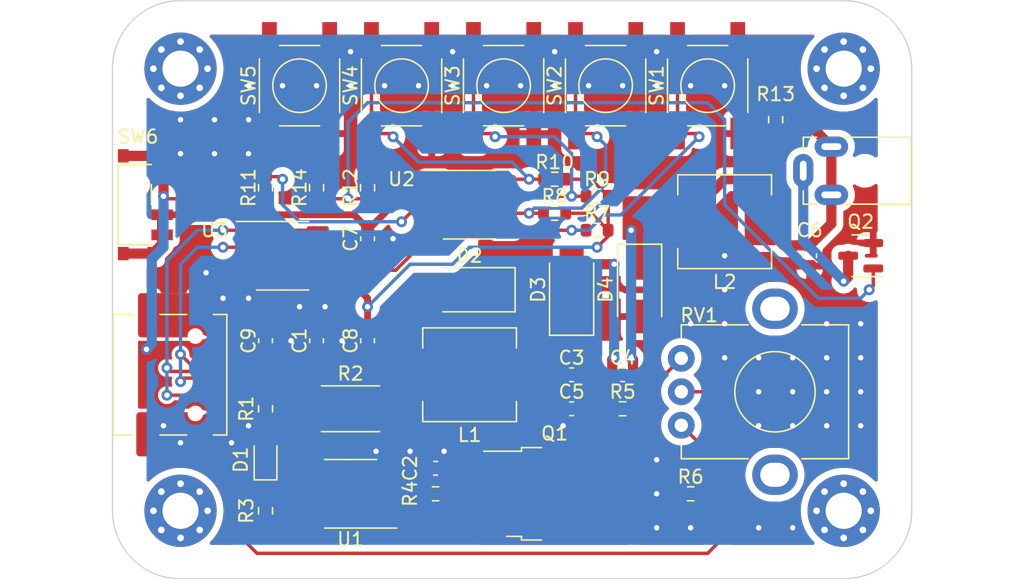
<source format=kicad_pcb>
(kicad_pcb (version 20211014) (generator pcbnew)
  (layers (0 "F.Cu" signal) (31 "B.Cu" signal) (34 "B.Paste" user) (35 "F.Paste" user) (36 "B.SilkS" user "B.Silkscreen") (37 "F.SilkS" user "F.Silkscreen") (38 "B.Mask" user) (39 "F.Mask" user) (44 "Edge.Cuts" user))
  (net 0 "")
  (net 1 "VCC")
  (net 2 "GNDREF")
  (net 3 "Net-(C2-Pad1)")
  (net 4 "Net-(C3-Pad1)")
  (net 5 "Net-(C3-Pad2)")
  (net 6 "Net-(C4-Pad1)")
  (net 7 "Net-(C4-Pad2)")
  (net 8 "VOUT")
  (net 9 "Net-(C7-Pad1)")
  (net 10 "Net-(C9-Pad1)")
  (net 11 "FB")
  (net 12 "Net-(L1-Pad1)")
  (net 13 "Net-(P1-PadA5)")
  (net 14 "D+")
  (net 15 "D-")
  (net 17 "Net-(Q1-Pad3)")
  (net 18 "Net-(Q2-Pad1)")
  (net 19 "Net-(R3-Pad1)")
  (net 20 "Net-(R5-Pad1)")
  (net 21 "Net-(R6-Pad2)")
  (net 22 "P30")
  (net 23 "P31")
  (net 24 "P32")
  (net 25 "P33")
  (net 26 "P55")
  (net 27 "CONTROL")
  (net 29 "Net-(Q2-Pad3)")
  (footprint "MountingHole:MountingHole_2.7mm_M2.5_Pad_Via" (layer "F.Cu") (at 110.49 40.64)
    (fp_text reference "REF**" hide)
    (fp_text value "MountingHole_2.7mm_M2.5_Pad_Via")
  )
  (footprint "Package_TO_SOT_SMD:SOT-23" (layer "F.Cu") (at 111.76 54.61 180)
    (fp_text reference "Q2")
    (fp_text value "BSS123 SOT-23")
  )
  (footprint "Customer_Switch:TS-D003" (layer "F.Cu") (at 69.85 41.91 90)
    (fp_text reference "SW5")
    (fp_text value "TS-D003")
  )
  (footprint "Package_SO:SOIC-8_3.9x4.9mm_P1.27mm" (layer "F.Cu") (at 73.66 72.39 180)
    (fp_text reference "U1")
    (fp_text value "MC34063AD")
  )
  (footprint "Capacitor_SMD:C_0603_1608Metric" (layer "F.Cu") (at 90.17 66.04 180)
    (fp_text reference "C5")
    (fp_text value "0603 100V 10uF")
  )
  (footprint "Resistor_SMD:R_0603_1608Metric" (layer "F.Cu") (at 71.12 49.53 -90)
    (fp_text reference "R14")
    (fp_text value "0603 10k")
  )
  (footprint "Customer_Passive:Inductor_HC0630" (layer "F.Cu") (at 82.55 63.5)
    (fp_text reference "L1")
    (fp_text value "0630 10uH")
  )
  (footprint "Diode_SMD:D_SMA" (layer "F.Cu") (at 90.17 57.15 90)
    (fp_text reference "D3")
    (fp_text value "SS110 DO-214AC")
  )
  (footprint "Resistor_SMD:R_0603_1608Metric" (layer "F.Cu") (at 93.98 66.04 180)
    (fp_text reference "R5")
    (fp_text value "0603 56k")
  )
  (footprint "Customer_Switch:TS-D003" (layer "F.Cu") (at 100.33 41.91 90)
    (fp_text reference "SW1")
    (fp_text value "TS-D003")
  )
  (footprint "Capacitor_SMD:C_0603_1608Metric" (layer "F.Cu") (at 71.12 60.96 90)
    (fp_text reference "C1")
    (fp_text value "0603 10V 22uF")
  )
  (footprint "Capacitor_SMD:C_0603_1608Metric" (layer "F.Cu") (at 74.93 53.34 -90)
    (fp_text reference "C7")
    (fp_text value "0603 10V 100nF")
  )
  (footprint "Capacitor_SMD:C_0603_1608Metric" (layer "F.Cu") (at 90.17 63.5)
    (fp_text reference "C3")
    (fp_text value "0603 100V 1uF")
  )
  (footprint "Capacitor_SMD:C_0603_1608Metric" (layer "F.Cu") (at 107.95 54.61 -90)
    (fp_text reference "C6")
    (fp_text value "0603 100V 10uF")
  )
  (footprint "Resistor_SMD:R_2512_6332Metric" (layer "F.Cu") (at 73.66 66.04)
    (fp_text reference "R2")
    (fp_text value "2512 0.1R")
  )
  (footprint "Diode_SMD:D_SOD-323" (layer "F.Cu") (at 67.31 69.85 90)
    (fp_text reference "D1")
    (fp_text value "BZT52C12S SOD-323")
  )
  (footprint "MountingHole:MountingHole_2.7mm_M2.5_Pad_Via" (layer "F.Cu") (at 60.96 40.64)
    (fp_text reference "REF**" hide)
    (fp_text value "MountingHole_2.7mm_M2.5_Pad_Via")
  )
  (footprint "Resistor_SMD:R_0603_1608Metric" (layer "F.Cu") (at 67.31 66.04 90)
    (fp_text reference "R1")
    (fp_text value "0603 5.1k")
  )
  (footprint "Capacitor_SMD:C_0603_1608Metric" (layer "F.Cu") (at 67.31 60.96 -90)
    (fp_text reference "C9")
    (fp_text value "0603 10V 100nF")
  )
  (footprint "Capacitor_SMD:C_0603_1608Metric" (layer "F.Cu") (at 74.93 60.96 -90)
    (fp_text reference "C8")
    (fp_text value "0603 10V 100nF")
  )
  (footprint "Resistor_SMD:R_0603_1608Metric" (layer "F.Cu") (at 74.93 49.53 -90)
    (fp_text reference "R12")
    (fp_text value "0603 180R")
  )
  (footprint "Customer_Switch:TS-D003" (layer "F.Cu") (at 77.47 41.91 90)
    (fp_text reference "SW4")
    (fp_text value "TS-D003")
  )
  (footprint "Customer_Passive:Inductor_HC0630" (layer "F.Cu") (at 101.6 52.07)
    (fp_text reference "L2")
    (fp_text value "0630 10uH")
  )
  (footprint "Resistor_SMD:R_0603_1608Metric" (layer "F.Cu") (at 99.06 72.39)
    (fp_text reference "R6")
    (fp_text value "0603 1.2k")
  )
  (footprint "Capacitor_SMD:C_0603_1608Metric" (layer "F.Cu") (at 93.98 63.5 180)
    (fp_text reference "C4")
    (fp_text value "0603 100V 10uF")
  )
  (footprint "Package_SO:SOP-8_3.9x4.9mm_P1.27mm" (layer "F.Cu") (at 82.55 50.8)
    (fp_text reference "U2")
    (fp_text value "STC8G1K08-36I-SOP8")
  )
  (footprint "Resistor_SMD:R_0603_1608Metric" (layer "F.Cu") (at 105.41 44.45 90)
    (fp_text reference "R13")
    (fp_text value "0603 TEST")
  )
  (footprint "Resistor_SMD:R_0603_1608Metric" (layer "F.Cu") (at 92.075 50.165)
    (fp_text reference "R9")
    (fp_text value "0603 10k")
  )
  (footprint "MountingHole:MountingHole_2.7mm_M2.5_Pad_Via" (layer "F.Cu") (at 60.96 73.66)
    (fp_text reference "REF**" hide)
    (fp_text value "MountingHole_2.7mm_M2.5_Pad_Via")
  )
  (footprint "Resistor_SMD:R_0603_1608Metric" (layer "F.Cu") (at 67.31 49.53 -90)
    (fp_text reference "R11")
    (fp_text value "0603 10k")
  )
  (footprint "Resistor_SMD:R_0603_1608Metric" (layer "F.Cu") (at 67.31 73.66 90)
    (fp_text reference "R3")
    (fp_text value "0603 180R")
  )
  (footprint "MountingHole:MountingHole_2.7mm_M2.5_Pad_Via" (layer "F.Cu") (at 110.49 73.66)
    (fp_text reference "REF**" hide)
    (fp_text value "MountingHole_2.7mm_M2.5_Pad_Via")
  )
  (footprint "Resistor_SMD:R_0603_1608Metric" (layer "F.Cu") (at 88.9 51.435)
    (fp_text reference "R8")
    (fp_text value "0603 10k")
  )
  (footprint "Customer_Switch:TS-D003" (layer "F.Cu") (at 92.71 41.91 90)
    (fp_text reference "SW2")
    (fp_text value "TS-D003")
  )
  (footprint "Resistor_SMD:R_0603_1608Metric" (layer "F.Cu") (at 80.01 72.39 180)
    (fp_text reference "R4")
    (fp_text value "0603 1k")
  )
  (footprint "Customer_Connector:Audio_Jack_PJ-210C_3P" (layer "F.Cu") (at 107.47 48.26 -90)
    (fp_text reference "J1" hide)
    (fp_text value "PJ-210 3P")
  )
  (footprint "Customer_Switch:TS-D003" (layer "F.Cu") (at 85.09 41.91 90)
    (fp_text reference "SW3")
    (fp_text value "TS-D003")
  )
  (footprint "Customer_Connector:USB_C_Receptacle_16P_01" (layer "F.Cu") (at 58.42 63.5 -90)
    (fp_text reference "P1" hide)
    (fp_text value "USB_C_Plug_USB2.0")
  )
  (footprint "Diode_SMD:D_SMA" (layer "F.Cu") (at 82.55 57.15 180)
    (fp_text reference "D2")
    (fp_text value "SS110 DO-214AC")
  )
  (footprint "Capacitor_SMD:C_0603_1608Metric" (layer "F.Cu") (at 80.01 70.485)
    (fp_text reference "C2")
    (fp_text value "0603 50V 330pF")
  )
  (footprint "Customer_Switch:MSKT-12C01-07" (layer "F.Cu") (at 57.785 50.8 -90)
    (fp_text reference "SW6")
    (fp_text value "MSKT-12C01-07")
  )
  (footprint "Resistor_SMD:R_0603_1608Metric" (layer "F.Cu") (at 88.9 48.895)
    (fp_text reference "R10")
    (fp_text value "0603 10k")
  )
  (footprint "Diode_SMD:D_SMA" (layer "F.Cu") (at 95.25 57.15 -90)
    (fp_text reference "D4")
    (fp_text value "SS110 DO-214AC")
  )
  (footprint "Package_SO:SOP-8_3.9x4.9mm_P1.27mm" (layer "F.Cu") (at 68.58 54.61)
    (fp_text reference "U3")
    (fp_text value "CH340N")
  )
  (footprint "Customer_Passive:Potentiometer_RV09_Vertical" (layer "F.Cu") (at 98.36 64.77 -90)
    (fp_text reference "RV1")
    (fp_text value "RV09 5k")
  )
  (footprint "Resistor_SMD:R_0603_1608Metric" (layer "F.Cu") (at 92.075 52.705)
    (fp_text reference "R7")
    (fp_text value "0603 10k")
  )
  (footprint "Package_TO_SOT_SMD:TO-252-3_TabPin4" (layer "F.Cu") (at 88.9 72.39)
    (fp_text reference "Q1")
    (fp_text value "MJD41C")
  )
  (gr_line (start 115.57 73.66) (end 115.57 40.64) (layer "Edge.Cuts") (width 0.1))
  (gr_line (start 55.88 40.64) (end 55.88 73.66) (layer "Edge.Cuts") (width 0.1))
  (gr_arc (start 110.49 35.56) (mid 114.082102 37.047898) (end 115.57 40.64) (layer "Edge.Cuts") (width 0.1))
  (gr_arc (start 115.57 73.66) (mid 114.082102 77.252102) (end 110.49 78.74) (layer "Edge.Cuts") (width 0.1))
  (gr_arc (start 60.96 78.74) (mid 57.367898 77.252102) (end 55.88 73.66) (layer "Edge.Cuts") (width 0.1))
  (gr_line (start 60.96 78.74) (end 110.49 78.74) (layer "Edge.Cuts") (width 0.1))
  (gr_arc (start 55.88 40.64) (mid 57.367898 37.047898) (end 60.96 35.56) (layer "Edge.Cuts") (width 0.1))
  (gr_line (start 110.49 35.56) (end 60.96 35.56) (layer "Edge.Cuts") (width 0.1))
  (segment (start 75.565 62.865) (end 76.2 62.23) (width 0.762) (layer "F.Cu") (net 1))
  (segment (start 71.12 61.735) (end 71.26 61.735) (width 0.762) (layer "F.Cu") (net 1))
  (segment (start 72.39 66.04) (end 70.6975 66.04) (width 0.508) (layer "F.Cu") (net 1))
  (segment (start 59.585 48.55) (end 59.585 47.85) (width 0.762) (layer "F.Cu") (net 1))
  (segment (start 92.9 52.705) (end 92.9 53.15) (width 0.254) (layer "F.Cu") (net 1))
  (segment (start 92.9 50.165) (end 92.9 52.705) (width 0.254) (layer "F.Cu") (net 1))
  (segment (start 73.025 66.675) (end 72.39 66.04) (width 0.508) (layer "F.Cu") (net 1))
  (segment (start 89.725 51.435) (end 91.63 51.435) (width 0.254) (layer "F.Cu") (net 1))
  (segment (start 71.185 71.755) (end 72.39 71.755) (width 0.508) (layer "F.Cu") (net 1))
  (segment (start 59.69 48.655) (end 59.585 48.55) (width 0.762) (layer "F.Cu") (net 1))
  (segment (start 67.31 50.355) (end 59.88 50.355) (width 0.254) (layer "F.Cu") (net 1))
  (segment (start 91.63 51.435) (end 92.9 52.705) (width 0.254) (layer "F.Cu") (net 1))
  (segment (start 59.88 50.355) (end 59.69 50.165) (width 0.254) (layer "F.Cu") (net 1))
  (segment (start 76.2 60.6425) (end 75.7425 60.185) (width 0.762) (layer "F.Cu") (net 1))
  (segment (start 72.39 62.865) (end 75.565 62.865) (width 0.762) (layer "F.Cu") (net 1))
  (segment (start 72.39 71.755) (end 73.025 71.12) (width 0.508) (layer "F.Cu") (net 1))
  (segment (start 89.725 48.895) (end 91.63 48.895) (width 0.254) (layer "F.Cu") (net 1))
  (segment (start 73.66 56.515) (end 74.93 57.785) (width 0.508) (layer "F.Cu") (net 1))
  (segment (start 91.63 48.895) (end 92.9 50.165) (width 0.254) (layer "F.Cu") (net 1))
  (segment (start 76.2 62.23) (end 76.2 60.6425) (width 0.762) (layer "F.Cu") (net 1))
  (segment (start 59.69 50.165) (end 59.69 48.655) (width 0.762) (layer "F.Cu") (net 1))
  (segment (start 74.93 57.785) (end 74.93 58.42) (width 0.508) (layer "F.Cu") (net 1))
  (segment (start 73.025 71.12) (end 73.025 66.675) (width 0.508) (layer "F.Cu") (net 1))
  (segment (start 71.205 56.515) (end 73.66 56.515) (width 0.508) (layer "F.Cu") (net 1))
  (segment (start 75.7425 60.185) (end 74.93 60.185) (width 0.762) (layer "F.Cu") (net 1))
  (segment (start 59.585 47.85) (end 58.885 47.15) (width 0.762) (layer "F.Cu") (net 1))
  (segment (start 92.9 53.15) (end 92.075 53.975) (width 0.254) (layer "F.Cu") (net 1))
  (segment (start 56.685 47.15) (end 58.885 47.15) (width 0.762) (layer "F.Cu") (net 1))
  (segment (start 74.93 58.42) (end 74.93 60.185) (width 0.508) (layer "F.Cu") (net 1))
  (segment (start 71.26 61.735) (end 72.39 62.865) (width 0.762) (layer "F.Cu") (net 1))
  (via (at 59.69 50.165) (size 0.8128) (drill 0.4064) (layers "F.Cu" "B.Cu") (net 1))
  (via (at 74.93 58.42) (size 0.8128) (drill 0.4064) (layers "F.Cu" "B.Cu") (net 1))
  (via (at 92.075 53.975) (size 0.8128) (drill 0.4064) (layers "F.Cu" "B.Cu") (net 1))
  (via (at 58.42 61.595) (size 0.8128) (drill 0.4064) (layers "F.Cu" "B.Cu") (net 1))
  (segment (start 81.28 55.245) (end 78.105 55.245) (width 0.254) (layer "B.Cu") (net 1))
  (segment (start 78.105 55.245) (end 74.93 58.42) (width 0.254) (layer "B.Cu") (net 1))
  (segment (start 92.075 53.975) (end 82.55 53.975) (width 0.254) (layer "B.Cu") (net 1))
  (segment (start 59.69 53.975) (end 59.69 50.165) (width 0.762) (layer "B.Cu") (net 1))
  (segment (start 58.42 61.595) (end 58.816001 61.198999) (width 0.762) (layer "B.Cu") (net 1))
  (segment (start 82.55 53.975) (end 81.28 55.245) (width 0.254) (layer "B.Cu") (net 1))
  (segment (start 58.816001 61.198999) (end 58.816001 54.848999) (width 0.762) (layer "B.Cu") (net 1))
  (segment (start 58.816001 54.848999) (end 59.69 53.975) (width 0.762) (layer "B.Cu") (net 1))
  (segment (start 72.25 60.185) (end 73.025 60.96) (width 0.762) (layer "F.Cu") (net 2))
  (segment (start 89.395 67.17) (end 89.535 67.31) (width 0.762) (layer "F.Cu") (net 2))
  (segment (start 71.12 60.185) (end 72.25 60.185) (width 0.762) (layer "F.Cu") (net 2))
  (segment (start 67.31 61.735) (end 68.44 61.735) (width 0.762) (layer "F.Cu") (net 2))
  (segment (start 69.215 60.96) (end 69.99 60.185) (width 0.762) (layer "F.Cu") (net 2))
  (segment (start 73.8 61.735) (end 74.93 61.735) (width 0.762) (layer "F.Cu") (net 2))
  (segment (start 68.44 61.735) (end 69.215 60.96) (width 0.762) (layer "F.Cu") (net 2))
  (segment (start 89.395 66.04) (end 89.395 67.17) (width 0.762) (layer "F.Cu") (net 2))
  (segment (start 80.835 70.535) (end 80.785 70.485) (width 0.762) (layer "F.Cu") (net 2))
  (segment (start 80.835 72.39) (end 80.835 70.535) (width 0.762) (layer "F.Cu") (net 2))
  (segment (start 69.99 60.185) (end 71.12 60.185) (width 0.762) (layer "F.Cu") (net 2))
  (segment (start 73.025 60.96) (end 73.8 61.735) (width 0.762) (layer "F.Cu") (net 2))
  (via (at 60.96 44.45) (size 0.8128) (drill 0.4064) (layers "F.Cu" "B.Cu") (net 2))
  (via (at 66.04 57.785) (size 0.8128) (drill 0.4064) (layers "F.Cu" "B.Cu") (net 2))
  (via (at 71.12 41.91) (size 0.8128) (drill 0.4064) (layers "F.Cu" "B.Cu") (net 2))
  (via (at 60.96 46.99) (size 0.8128) (drill 0.4064) (layers "F.Cu" "B.Cu") (net 2))
  (via (at 66.04 41.91) (size 0.8128) (drill 0.4064) (layers "F.Cu" "B.Cu") (net 2))
  (via (at 63.5 44.45) (size 0.8128) (drill 0.4064) (layers "F.Cu" "B.Cu") (net 2))
  (via (at 99.06 59.69) (size 0.8128) (drill 0.4064) (layers "F.Cu" "B.Cu") (net 2))
  (via (at 101.6 62.23) (size 0.8128) (drill 0.4064) (layers "F.Cu" "B.Cu") (net 2))
  (via (at 75.565 69.215) (size 0.8128) (drill 0.4064) (layers "F.Cu" "B.Cu") (net 2))
  (via (at 66.04 44.45) (size 0.8128) (drill 0.4064) (layers "F.Cu" "B.Cu") (net 2))
  (via (at 106.68 64.77) (size 0.8128) (drill 0.4064) (layers "F.Cu" "B.Cu") (net 2))
  (via (at 101.6 41.91) (size 0.8128) (drill 0.4064) (layers "F.Cu" "B.Cu") (net 2))
  (via (at 111.76 64.77) (size 0.8128) (drill 0.4064) (layers "F.Cu" "B.Cu") (net 2))
  (via (at 63.5 46.99) (size 0.8128) (drill 0.4064) (layers "F.Cu" "B.Cu") (net 2))
  (via (at 106.68 74.93) (size 0.8128) (drill 0.4064) (layers "F.Cu" "B.Cu") (net 2))
  (via (at 101.6 59.69) (size 0.8128) (drill 0.4064) (layers "F.Cu" "B.Cu") (net 2))
  (via (at 78.105 69.215) (size 0.8128) (drill 0.4064) (layers "F.Cu" "B.Cu") (net 2))
  (via (at 83.82 41.91) (size 0.8128) (drill 0.4064) (layers "F.Cu" "B.Cu") (net 2))
  (via (at 106.68 62.23) (size 0.8128) (drill 0.4064) (layers "F.Cu" "B.Cu") (net 2))
  (via (at 111.76 62.23) (size 0.8128) (drill 0.4064) (layers "F.Cu" "B.Cu") (net 2))
  (via (at 68.58 41.91) (size 0.8128) (drill 0.4064) (layers "F.Cu" "B.Cu") (net 2))
  (via (at 81.28 39.37) (size 0.8128) (drill 0.4064) (layers "F.Cu" "B.Cu") (net 2))
  (via (at 96.52 72.39) (size 0.8128) (drill 0.4064) (layers "F.Cu" "B.Cu") (net 2))
  (via (at 73.66 41.91) (size 0.8128) (drill 0.4064) (layers "F.Cu" "B.Cu") (net 2))
  (via (at 78.74 41.91) (size 0.8128) (drill 0.4064) (layers "F.Cu" "B.Cu") (net 2))
  (via (at 60.96 68.58) (size 0.8128) (drill 0.4064) (layers "F.Cu" "B.Cu") (net 2))
  (via (at 96.52 74.93) (size 0.8128) (drill 0.4064) (layers "F.Cu" "B.Cu") (net 2))
  (via (at 66.04 67.31) (size 0.8128) (drill 0.4064) (layers "F.Cu" "B.Cu") (net 2))
  (via (at 109.22 64.77) (size 0.8128) (drill 0.4064) (layers "F.Cu" "B.Cu") (net 2))
  (via (at 64.77 68.58) (size 0.8128) (drill 0.4064) (layers "F.Cu" "B.Cu") (net 2))
  (via (at 86.36 41.91) (size 0.8128) (drill 0.4064) (layers "F.Cu" "B.Cu") (net 2))
  (via (at 109.22 67.31) (size 0.8128) (drill 0.4064) (layers "F.Cu" "B.Cu") (net 2))
  (via (at 109.22 59.69) (size 0.8128) (drill 0.4064) (layers "F.Cu" "B.Cu") (net 2))
  (via (at 96.52 39.37) (size 0.8128) (drill 0.4064) (layers "F.Cu" "B.Cu") (net 2))
  (via (at 73.66 39.37) (size 0.8128) (drill 0.4064) (layers "F.Cu" "B.Cu") (net 2))
  (via (at 104.14 67.31) (size 0.8128) (drill 0.4064) (layers "F.Cu" "B.Cu") (net 2))
  (via (at 66.04 46.99) (size 0.8128) (drill 0.4064) (layers "F.Cu" "B.Cu") (net 2))
  (via (at 69.215 60.96) (size 0.8128) (drill 0.4064) (layers "F.Cu" "B.Cu") (net 2))
  (via (at 101.6 57.15) (size 0.8128) (drill 0.4064) (layers "F.Cu" "B.Cu") (net 2))
  (via (at 62.865 55.88) (size 0.8128) (drill 0.4064) (layers "F.Cu" "B.Cu") (net 2))
  (via (at 80.645 69.215) (size 0.8128) (drill 0.4064) (layers "F.Cu" "B.Cu") (net 2))
  (via (at 69.85 58.42) (size 0.8128) (drill 0.4064) (layers "F.Cu" "B.Cu") (net 2))
  (via (at 101.6 54.61) (size 0.8128) (drill 0.4064) (layers "F.Cu" "B.Cu") (net 2))
  (via (at 89.535 67.31) (size 0.8128) (drill 0.4064) (layers "F.Cu" "B.Cu") (net 2))
  (via (at 104.14 74.93) (size 0.8128) (drill 0.4064) (layers "F.Cu" "B.Cu") (net 2))
  (via (at 106.68 67.31) (size 0.8128) (drill 0.4064) (layers "F.Cu" "B.Cu") (net 2))
  (via (at 76.2 41.91) (size 0.8128) (drill 0.4064) (layers "F.Cu" "B.Cu") (net 2))
  (via (at 99.06 41.91) (size 0.8128) (drill 0.4064) (layers "F.Cu" "B.Cu") (net 2))
  (via (at 59.69 67.31) (size 0.8128) (drill 0.4064) (layers "F.Cu" "B.Cu") (net 2))
  (via (at 73.025 60.96) (size 0.8128) (drill 0.4064) (layers "F.Cu" "B.Cu") (net 2))
  (via (at 88.9 41.91) (size 0.8128) (drill 0.4064) (layers "F.Cu" "B.Cu") (net 2))
  (via (at 99.06 74.93) (size 0.8128) (drill 0.4064) (layers "F.Cu" "B.Cu") (net 2))
  (via (at 76.835 53.34) (size 0.8128) (drill 0.4064) (layers "F.Cu" "B.Cu") (net 2))
  (via (at 104.14 62.23) (size 0.8128) (drill 0.4064) (layers "F.Cu" "B.Cu") (net 2))
  (via (at 111.76 59.69) (size 0.8128) (drill 0.4064) (layers "F.Cu" "B.Cu") (net 2))
  (via (at 81.28 41.91) (size 0.8128) (drill 0.4064) (layers "F.Cu" "B.Cu") (net 2))
  (via (at 104.14 64.77) (size 0.8128) (drill 0.4064) (layers "F.Cu" "B.Cu") (net 2))
  (via (at 88.9 39.37) (size 0.8128) (drill 0.4064) (layers "F.Cu" "B.Cu") (net 2))
  (via (at 111.76 67.31) (size 0.8128) (drill 0.4064) (layers "F.Cu" "B.Cu") (net 2))
  (via (at 96.52 69.85) (size 0.8128) (drill 0.4064) (layers "F.Cu" "B.Cu") (net 2))
  (via (at 96.52 41.91) (size 0.8128) (drill 0.4064) (layers "F.Cu" "B.Cu") (net 2))
  (via (at 71.755 58.42) (size 0.8128) (drill 0.4064) (layers "F.Cu" "B.Cu") (net 2))
  (via (at 91.44 41.91) (size 0.8128) (drill 0.4064) (layers "F.Cu" "B.Cu") (net 2))
  (via (at 64.135 57.785) (size 0.8128) (drill 0.4064) (layers "F.Cu" "B.Cu") (net 2))
  (via (at 93.98 41.91) (size 0.8128) (drill 0.4064) (layers "F.Cu" "B.Cu") (net 2))
  (via (at 109.22 62.23) (size 0.8128) (drill 0.4064) (layers "F.Cu" "B.Cu") (net 2))
  (segment (start 77.965 71.755) (end 79.235 70.485) (width 0.254) (layer "F.Cu") (net 3))
  (segment (start 76.135 71.755) (end 77.965 71.755) (width 0.254) (layer "F.Cu") (net 3))
  (segment (start 80.645 74.295) (end 82.55 72.39) (width 0.508) (layer "F.Cu") (net 4))
  (segment (start 82.55 72.39) (end 84.7 72.39) (width 0.508) (layer "F.Cu") (net 4))
  (segment (start 76.135 74.295) (end 80.645 74.295) (width 0.508) (layer "F.Cu") (net 4))
  (segment (start 98.95 51.545) (end 101.6 48.895) (width 0.762) (layer "F.Cu") (net 6))
  (segment (start 93.155 65.1) (end 94.755 63.5) (width 0.254) (layer "F.Cu") (net 6))
  (segment (start 103.505 48.895) (end 105.41 46.99) (width 0.762) (layer "F.Cu") (net 6))
  (segment (start 93.155 66.04) (end 93.155 65.1) (width 0.254) (layer "F.Cu") (net 6))
  (segment (start 94.755 63.5) (end 94.755 62.37) (width 0.762) (layer "F.Cu") (net 6))
  (segment (start 105.41 46.99) (end 105.41 45.275) (width 0.762) (layer "F.Cu") (net 6))
  (segment (start 94.755 62.37) (end 94.615 62.23) (width 0.762) (layer "F.Cu") (net 6))
  (segment (start 101.6 48.895) (end 103.505 48.895) (width 0.762) (layer "F.Cu") (net 6))
  (segment (start 95.25 55.15) (end 95.25 53.34) (width 0.762) (layer "F.Cu") (net 6))
  (segment (start 95.25 53.34) (end 94.615 52.705) (width 0.762) (layer "F.Cu") (net 6))
  (segment (start 98.95 52.07) (end 98.95 51.545) (width 0.762) (layer "F.Cu") (net 6))
  (via (at 94.615 62.23) (size 0.8128) (drill 0.4064) (layers "F.Cu" "B.Cu") (net 6))
  (via (at 94.615 52.705) (size 0.8128) (drill 0.4064) (layers "F.Cu" "B.Cu") (net 6))
  (segment (start 94.615 52.705) (end 94.615 62.23) (width 0.762) (layer "B.Cu") (net 6))
  (segment (start 90.945 65.76) (end 93.205 63.5) (width 0.762) (layer "F.Cu") (net 7))
  (segment (start 93.345 55.245) (end 90.265 55.245) (width 0.762) (layer "F.Cu") (net 7))
  (segment (start 90.945 66.04) (end 90.945 65.76) (width 0.762) (layer "F.Cu") (net 7))
  (segment (start 93.205 63.5) (end 93.205 62.37) (width 0.762) (layer "F.Cu") (net 7))
  (segment (start 93.205 62.37) (end 93.345 62.23) (width 0.762) (layer "F.Cu") (net 7))
  (segment (start 90.265 55.245) (end 90.17 55.15) (width 0.762) (layer "F.Cu") (net 7))
  (via (at 93.345 62.23) (size 0.8128) (drill 0.4064) (layers "F.Cu" "B.Cu") (net 7))
  (via (at 93.345 55.245) (size 0.8128) (drill 0.4064) (layers "F.Cu" "B.Cu") (net 7))
  (segment (start 93.345 62.23) (end 93.345 55.245) (width 0.762) (layer "B.Cu") (net 7))
  (segment (start 109.57 46.46) (end 109.57 50.06) (width 0.762) (layer "F.Cu") (net 8))
  (segment (start 109.57 52.215) (end 107.95 53.835) (width 0.762) (layer "F.Cu") (net 8))
  (segment (start 109.57 50.06) (end 109.57 52.215) (width 0.762) (layer "F.Cu") (net 8))
  (segment (start 107.95 53.835) (end 106.015 53.835) (width 0.762) (layer "F.Cu") (net 8))
  (segment (start 106.015 53.835) (end 104.25 52.07) (width 0.762) (layer "F.Cu") (net 8))
  (segment (start 105.41 43.625) (end 106.735 43.625) (width 0.762) (layer "F.Cu") (net 8))
  (segment (start 106.735 43.625) (end 109.57 46.46) (width 0.762) (layer "F.Cu") (net 8))
  (segment (start 74.93 52.565) (end 75.07 52.565) (width 0.508) (layer "F.Cu") (net 9))
  (segment (start 77.47 50.165) (end 79.925 50.165) (width 0.508) (layer "F.Cu") (net 9))
  (segment (start 75.07 52.565) (end 77.47 50.165) (width 0.508) (layer "F.Cu") (net 9))
  (segment (start 56.685 54.45) (end 58.885 54.45) (width 0.762) (layer "F.Cu") (net 9))
  (segment (start 59.585 51.55) (end 73.915 51.55) (width 0.508) (layer "F.Cu") (net 9))
  (segment (start 73.915 51.55) (end 74.93 52.565) (width 0.508) (layer "F.Cu") (net 9))
  (segment (start 59.585 53.05) (end 59.585 51.55) (width 0.762) (layer "F.Cu") (net 9))
  (segment (start 59.585 53.75) (end 58.885 54.45) (width 0.762) (layer "F.Cu") (net 9))
  (segment (start 59.585 53.05) (end 59.585 53.75) (width 0.762) (layer "F.Cu") (net 9))
  (segment (start 67.31 60.185) (end 67.31 59.055) (width 0.254) (layer "F.Cu") (net 10))
  (segment (start 68.58 53.34) (end 69.215 52.705) (width 0.254) (layer "F.Cu") (net 10))
  (segment (start 68.58 57.785) (end 68.58 53.34) (width 0.254) (layer "F.Cu") (net 10))
  (segment (start 69.215 52.705) (end 71.205 52.705) (width 0.254) (layer "F.Cu") (net 10))
  (segment (start 67.31 59.055) (end 68.58 57.785) (width 0.254) (layer "F.Cu") (net 10))
  (segment (start 65.405 75.565) (end 66.675 76.835) (width 0.254) (layer "F.Cu") (net 11))
  (segment (start 66.675 76.835) (end 100.33 76.835) (width 0.254) (layer "F.Cu") (net 11))
  (segment (start 101.6 75.565) (end 101.6 66.04) (width 0.254) (layer "F.Cu") (net 11))
  (segment (start 101.6 66.04) (end 100.33 64.77) (width 0.254) (layer "F.Cu") (net 11))
  (segment (start 71.185 70.485) (end 67.725 70.485) (width 0.254) (layer "F.Cu") (net 11))
  (segment (start 67.31 70.9) (end 66.26 70.9) (width 0.254) (layer "F.Cu") (net 11))
  (segment (start 100.33 64.77) (end 98.36 64.77) (width 0.254) (layer "F.Cu") (net 11))
  (segment (start 65.405 71.755) (end 65.405 75.565) (width 0.254) (layer "F.Cu") (net 11))
  (segment (start 66.26 70.9) (end 65.405 71.755) (width 0.254) (layer "F.Cu") (net 11))
  (segment (start 67.725 70.485) (end 67.31 70.9) (width 0.254) (layer "F.Cu") (net 11))
  (segment (start 100.33 76.835) (end 101.6 75.565) (width 0.254) (layer "F.Cu") (net 11))
  (segment (start 74.93 66.04) (end 76.6225 66.04) (width 0.254) (layer "F.Cu") (net 12))
  (segment (start 71.185 73.025) (end 67.5 73.025) (width 0.254) (layer "F.Cu") (net 12))
  (segment (start 74.295 72.39) (end 74.295 66.675) (width 0.254) (layer "F.Cu") (net 12))
  (segment (start 71.185 73.025) (end 73.66 73.025) (width 0.254) (layer "F.Cu") (net 12))
  (segment (start 73.66 73.025) (end 74.295 72.39) (width 0.254) (layer "F.Cu") (net 12))
  (segment (start 74.295 66.675) (end 74.93 66.04) (width 0.254) (layer "F.Cu") (net 12))
  (segment (start 67.5 73.025) (end 67.31 72.835) (width 0.254) (layer "F.Cu") (net 12))
  (segment (start 63.515 62.25) (end 64.544 62.25) (width 0.254) (layer "F.Cu") (net 13))
  (segment (start 64.77 64.77) (end 65.215 65.215) (width 0.254) (layer "F.Cu") (net 13))
  (segment (start 64.544 62.25) (end 64.77 62.476) (width 0.254) (layer "F.Cu") (net 13))
  (segment (start 65.215 65.215) (end 67.31 65.215) (width 0.254) (layer "F.Cu") (net 13))
  (segment (start 64.77 62.476) (end 64.77 64.77) (width 0.254) (layer "F.Cu") (net 13))
  (segment (start 63.515 64.25) (end 62.242 64.25) (width 0.254) (layer "F.Cu") (net 14))
  (segment (start 62.242 64.25) (end 61.468 65.024) (width 0.254) (layer "F.Cu") (net 14))
  (segment (start 61.468 65.024) (end 59.944 65.024) (width 0.254) (layer "F.Cu") (net 14))
  (segment (start 63.515 63.25) (end 60.202 63.25) (width 0.254) (layer "F.Cu") (net 14))
  (segment (start 60.202 63.25) (end 59.944 62.992) (width 0.254) (layer "F.Cu") (net 14))
  (segment (start 64.135 52.705) (end 65.955 52.705) (width 0.254) (layer "F.Cu") (net 14))
  (via (at 59.944 62.992) (size 0.8128) (drill 0.4064) (layers "F.Cu" "B.Cu") (net 14))
  (via (at 64.135 52.705) (size 0.8128) (drill 0.4064) (layers "F.Cu" "B.Cu") (net 14))
  (via (at 59.944 65.024) (size 0.8128) (drill 0.4064) (layers "F.Cu" "B.Cu") (net 14))
  (segment (start 59.944 62.992) (end 59.944 54.991) (width 0.254) (layer "B.Cu") (net 14))
  (segment (start 62.23 52.705) (end 64.135 52.705) (width 0.254) (layer "B.Cu") (net 14))
  (segment (start 59.944 65.024) (end 59.944 62.992) (width 0.254) (layer "B.Cu") (net 14))
  (segment (start 59.944 54.991) (end 62.23 52.705) (width 0.254) (layer "B.Cu") (net 14))
  (segment (start 63.515 62.75) (end 61.734 62.75) (width 0.254) (layer "F.Cu") (net 15))
  (segment (start 65.955 53.975) (end 64.135 53.975) (width 0.254) (layer "F.Cu") (net 15))
  (segment (start 61.734 62.75) (end 60.96 61.976) (width 0.254) (layer "F.Cu") (net 15))
  (segment (start 61.218 63.75) (end 60.96 64.008) (width 0.254) (layer "F.Cu") (net 15))
  (segment (start 63.515 63.75) (end 61.218 63.75) (width 0.254) (layer "F.Cu") (net 15))
  (via (at 60.96 61.976) (size 0.8128) (drill 0.4064) (layers "F.Cu" "B.Cu") (net 15))
  (via (at 64.135 53.975) (size 0.8128) (drill 0.4064) (layers "F.Cu" "B.Cu") (net 15))
  (via (at 60.96 64.008) (size 0.8128) (drill 0.4064) (layers "F.Cu" "B.Cu") (net 15))
  (segment (start 60.96 61.976) (end 60.96 55.245) (width 0.254) (layer "B.Cu") (net 15))
  (segment (start 62.23 53.975) (end 64.135 53.975) (width 0.254) (layer "B.Cu") (net 15))
  (segment (start 60.96 55.245) (end 62.23 53.975) (width 0.254) (layer "B.Cu") (net 15))
  (segment (start 60.96 64.008) (end 60.96 61.976) (width 0.254) (layer "B.Cu") (net 15))
  (segment (start 76.135 73.025) (end 78.55 73.025) (width 0.508) (layer "F.Cu") (net 17))
  (segment (start 76.135 73.025) (end 74.93 73.025) (width 0.508) (layer "F.Cu") (net 17))
  (segment (start 82.175 74.67) (end 84.7 74.67) (width 0.508) (layer "F.Cu") (net 17))
  (segment (start 74.93 73.025) (end 74.295 73.66) (width 0.508) (layer "F.Cu") (net 17))
  (segment (start 74.295 74.93) (end 74.93 75.565) (width 0.508) (layer "F.Cu") (net 17))
  (segment (start 74.93 75.565) (end 81.28 75.565) (width 0.508) (layer "F.Cu") (net 17))
  (segment (start 74.295 73.66) (end 74.295 74.93) (width 0.508) (layer "F.Cu") (net 17))
  (segment (start 81.28 75.565) (end 82.175 74.67) (width 0.508) (layer "F.Cu") (net 17))
  (segment (start 78.55 73.025) (end 79.185 72.39) (width 0.508) (layer "F.Cu") (net 17))
  (segment (start 71.12 50.355) (end 73.47 50.355) (width 0.254) (layer "F.Cu") (net 18))
  (segment (start 73.47 50.355) (end 74.93 50.355) (width 0.254) (layer "F.Cu") (net 18))
  (segment (start 112.6975 55.56) (end 112.6975 56.8475) (width 0.254) (layer "F.Cu") (net 18))
  (segment (start 112.6975 56.8475) (end 112.395 57.15) (width 0.254) (layer "F.Cu") (net 18))
  (via (at 112.395 57.15) (size 0.8128) (drill 0.4064) (layers "F.Cu" "B.Cu") (net 18))
  (via (at 73.47 50.355) (size 0.8128) (drill 0.4064) (layers "F.Cu" "B.Cu") (net 18))
  (segment (start 108.585 57.785) (end 101.6 50.8) (width 0.254) (layer "B.Cu") (net 18))
  (segment (start 101.6 44.45) (end 100.33 43.18) (width 0.254) (layer "B.Cu") (net 18))
  (segment (start 112.395 57.15) (end 111.76 57.785) (width 0.254) (layer "B.Cu") (net 18))
  (segment (start 100.33 43.18) (end 74.93 43.18) (width 0.254) (layer "B.Cu") (net 18))
  (segment (start 74.93 43.18) (end 73.47 44.64) (width 0.254) (layer "B.Cu") (net 18))
  (segment (start 101.6 50.8) (end 101.6 44.45) (width 0.254) (layer "B.Cu") (net 18))
  (segment (start 73.47 44.64) (end 73.47 50.355) (width 0.254) (layer "B.Cu") (net 18))
  (segment (start 111.76 57.785) (end 108.585 57.785) (width 0.254) (layer "B.Cu") (net 18))
  (segment (start 71.185 74.295) (end 67.5 74.295) (width 0.254) (layer "F.Cu") (net 19))
  (segment (start 67.5 74.295) (end 67.31 74.485) (width 0.254) (layer "F.Cu") (net 19))
  (segment (start 94.805 66.04) (end 94.805 65.825) (width 0.254) (layer "F.Cu") (net 20))
  (segment (start 94.805 65.825) (end 98.36 62.27) (width 0.254) (layer "F.Cu") (net 20))
  (segment (start 99.885 72.39) (end 99.885 68.795) (width 0.254) (layer "F.Cu") (net 21))
  (segment (start 99.885 68.795) (end 98.36 67.27) (width 0.254) (layer "F.Cu") (net 21))
  (segment (start 73.652948 55.245) (end 74.106948 55.699) (width 0.254) (layer "F.Cu") (net 22))
  (segment (start 98.08 45.485) (end 99.46 45.485) (width 0.254) (layer "F.Cu") (net 22))
  (segment (start 85.175 52.705) (end 90.17 52.705) (width 0.254) (layer "F.Cu") (net 22))
  (segment (start 82.557052 52.705) (end 85.175 52.705) (width 0.254) (layer "F.Cu") (net 22))
  (segment (start 80.833052 54.429) (end 82.557052 52.705) (width 0.254) (layer "F.Cu") (net 22))
  (segment (start 77.023054 55.699) (end 78.293053 54.429) (width 0.254) (layer "F.Cu") (net 22))
  (segment (start 71.205 55.245) (end 73.652948 55.245) (width 0.254) (layer "F.Cu") (net 22))
  (segment (start 74.106948 55.699) (end 77.023054 55.699) (width 0.254) (layer "F.Cu") (net 22))
  (segment (start 90.17 52.705) (end 91.25 52.705) (width 0.254) (layer "F.Cu") (net 22))
  (segment (start 98.08 45.485) (end 98.08 38.335) (width 0.254) (layer "F.Cu") (net 22))
  (segment (start 99.46 45.485) (end 99.695 45.72) (width 0.254) (layer "F.Cu") (net 22))
  (segment (start 78.293053 54.429) (end 80.833052 54.429) (width 0.254) (layer "F.Cu") (net 22))
  (via (at 90.17 52.705) (size 0.8128) (drill 0.4064) (layers "F.Cu" "B.Cu") (net 22))
  (via (at 99.695 45.72) (size 0.8128) (drill 0.4064) (layers "F.Cu" "B.Cu") (net 22))
  (segment (start 90.17 52.705) (end 91.44 52.705) (width 0.254) (layer "B.Cu") (net 22))
  (segment (start 91.44 52.705) (end 92.583 51.562) (width 0.254) (layer "B.Cu") (net 22))
  (segment (start 92.583 51.562) (end 93.853 51.562) (width 0.254) (layer "B.Cu") (net 22))
  (segment (start 93.853 51.562) (end 99.695 45.72) (width 0.254) (layer "B.Cu") (net 22))
  (segment (start 90.46 45.485) (end 90.46 38.335) (width 0.254) (layer "F.Cu") (net 23))
  (segment (start 91.84 45.485) (end 92.075 45.72) (width 0.254) (layer "F.Cu") (net 23))
  (segment (start 78.105 53.975) (end 80.645 53.975) (width 0.254) (layer "F.Cu") (net 23))
  (segment (start 76.835 55.245) (end 78.105 53.975) (width 0.254) (layer "F.Cu") (net 23))
  (segment (start 90.46 45.485) (end 91.84 45.485) (width 0.254) (layer "F.Cu") (net 23))
  (segment (start 86.995 51.435) (end 88.075 51.435) (width 0.254) (layer "F.Cu") (net 23))
  (segment (start 85.175 51.435) (end 86.995 51.435) (width 0.254) (layer "F.Cu") (net 23))
  (segment (start 80.645 53.975) (end 83.185 51.435) (width 0.254) (layer "F.Cu") (net 23))
  (segment (start 74.295 55.245) (end 76.835 55.245) (width 0.254) (layer "F.Cu") (net 23))
  (segment (start 73.025 53.975) (end 74.295 55.245) (width 0.254) (layer "F.Cu") (net 23))
  (segment (start 83.185 51.435) (end 85.175 51.435) (width 0.254) (layer "F.Cu") (net 23))
  (segment (start 71.205 53.975) (end 73.025 53.975) (width 0.254) (layer "F.Cu") (net 23))
  (via (at 86.995 51.435) (size 0.8128) (drill 0.4064) (layers "F.Cu" "B.Cu") (net 23))
  (via (at 92.075 45.72) (size 0.8128) (drill 0.4064) (layers "F.Cu" "B.Cu") (net 23))
  (segment (start 92.71 49.276) (end 92.71 46.355) (width 0.254) (layer "B.Cu") (net 23))
  (segment (start 90.932 51.054) (end 92.71 49.276) (width 0.254) (layer "B.Cu") (net 23))
  (segment (start 92.71 46.355) (end 92.075 45.72) (width 0.254) (layer "B.Cu") (net 23))
  (segment (start 87.376 51.054) (end 90.932 51.054) (width 0.254) (layer "B.Cu") (net 23))
  (segment (start 86.995 51.435) (end 87.376 51.054) (width 0.254) (layer "B.Cu") (net 23))
  (segment (start 84.22 45.485) (end 84.455 45.72) (width 0.254) (layer "F.Cu") (net 24))
  (segment (start 82.84 45.485) (end 82.84 38.335) (width 0.254) (layer "F.Cu") (net 24))
  (segment (start 90.17 50.165) (end 91.25 50.165) (width 0.254) (layer "F.Cu") (net 24))
  (segment (start 82.84 45.485) (end 84.22 45.485) (width 0.254) (layer "F.Cu") (net 24))
  (segment (start 85.175 50.165) (end 90.17 50.165) (width 0.254) (layer "F.Cu") (net 24))
  (via (at 90.17 50.165) (size 0.8128) (drill 0.4064) (layers "F.Cu" "B.Cu") (net 24))
  (via (at 84.455 45.72) (size 0.8128) (drill 0.4064) (layers "F.Cu" "B.Cu") (net 24))
  (segment (start 90.17 46.99) (end 88.9 45.72) (width 0.254) (layer "B.Cu") (net 24))
  (segment (start 90.17 50.165) (end 90.17 46.99) (width 0.254) (layer "B.Cu") (net 24))
  (segment (start 88.9 45.72) (end 84.455 45.72) (width 0.254) (layer "B.Cu") (net 24))
  (segment (start 76.6 45.485) (end 76.835 45.72) (width 0.254) (layer "F.Cu") (net 25))
  (segment (start 85.175 48.895) (end 86.995 48.895) (width 0.254) (layer "F.Cu") (net 25))
  (segment (start 75.22 45.485) (end 76.6 45.485) (width 0.254) (layer "F.Cu") (net 25))
  (segment (start 75.22 45.485) (end 75.22 38.335) (width 0.254) (layer "F.Cu") (net 25))
  (segment (start 86.995 48.895) (end 88.075 48.895) (width 0.254) (layer "F.Cu") (net 25))
  (via (at 76.835 45.72) (size 0.8128) (drill 0.4064) (layers "F.Cu" "B.Cu") (net 25))
  (via (at 86.995 48.895) (size 0.8128) (drill 0.4064) (layers "F.Cu" "B.Cu") (net 25))
  (segment (start 86.995 48.895) (end 85.725 47.625) (width 0.254) (layer "B.Cu") (net 25))
  (segment (start 85.725 47.625) (end 78.74 47.625) (width 0.254) (layer "B.Cu") (net 25))
  (segment (start 78.74 47.625) (end 76.835 45.72) (width 0.254) (layer "B.Cu") (net 25))
  (segment (start 67.31 48.705) (end 68.39 48.705) (width 0.254) (layer "F.Cu") (net 26))
  (segment (start 67.31 48.705) (end 67.31 45.085) (width 0.254) (layer "F.Cu") (net 26))
  (segment (start 68.39 48.705) (end 68.58 48.895) (width 0.254) (layer "F.Cu") (net 26))
  (segment (start 67.6 45.485) (end 67.6 38.335) (width 0.254) (layer "F.Cu") (net 26))
  (segment (start 78.105 51.435) (end 77.47 52.07) (width 0.254) (layer "F.Cu") (net 26))
  (segment (start 79.925 51.435) (end 78.105 51.435) (width 0.254) (layer "F.Cu") (net 26))
  (via (at 68.58 48.895) (size 0.8128) (drill 0.4064) (layers "F.Cu" "B.Cu") (net 26))
  (via (at 77.47 52.07) (size 0.8128) (drill 0.4064) (layers "F.Cu" "B.Cu") (net 26))
  (segment (start 69.85 52.07) (end 77.47 52.07) (width 0.254) (layer "B.Cu") (net 26))
  (segment (start 68.58 48.895) (end 68.58 50.8) (width 0.254) (layer "B.Cu") (net 26))
  (segment (start 68.58 50.8) (end 69.85 52.07) (width 0.254) (layer "B.Cu") (net 26))
  (segment (start 75.12 48.895) (end 74.93 48.705) (width 0.254) (layer "F.Cu") (net 27))
  (segment (start 79.925 48.895) (end 75.12 48.895) (width 0.254) (layer "F.Cu") (net 27))
  (segment (start 110.8225 54.61) (end 110.8225 56.1825) (width 0.762) (layer "F.Cu") (net 29))
  (segment (start 110.8225 56.1825) (end 110.49 56.515) (width 0.762) (layer "F.Cu") (net 29))
  (via (at 110.49 56.515) (size 0.8128) (drill 0.4064) (layers "F.Cu" "B.Cu") (net 29))
  (segment (start 107.47 53.495) (end 110.49 56.515) (width 0.762) (layer "B.Cu") (net 29))
  (segment (start 107.47 48.26) (end 107.47 53.495) (width 0.762) (layer "B.Cu") (net 29))
  (zone (net 5) (net_name "Net-(C3-Pad2)") (layer "F.Cu") (priority 4) (connect_pads (clearance 0.508)) (min_thickness 0.254) (fill yes (thermal_gap 0.508) (thermal_bridge_width 0.508) (smoothing fillet) (radius 0.254))
    (polygon (pts (xy 96.52 60.96) (xy 91.44 60.96) (xy 91.44 64.135) (xy 88.9 64.135) (xy 88.9 60.96) (xy 88.9 57.785) (xy 96.52 57.785)))
  )
  (zone (net 12) (net_name "Net-(L1-Pad1)") (layer "F.Cu") (priority 3) (connect_pads (clearance 0.508)) (min_thickness 0.254) (fill yes (thermal_gap 0.508) (thermal_bridge_width 0.508) (smoothing fillet) (radius 0.254))
    (polygon (pts (xy 81.026 67.818) (xy 75.946 67.818) (xy 75.946 61.722) (xy 81.026 61.722)))
  )
  (zone (net 1) (net_name "VCC") (layer "F.Cu") (priority 1) (connect_pads yes (clearance 0.254)) (min_thickness 0.254) (fill yes (thermal_gap 0.508) (thermal_bridge_width 0.508) (smoothing fillet) (radius 0.254))
    (polygon (pts (xy 75.565 67.31) (xy 57.785 67.31) (xy 57.785 59.055) (xy 66.675 59.055) (xy 66.675 60.96) (xy 75.565 60.96)))
  )
  (zone (net 2) (net_name "GNDREF") (layer "F.Cu") (priority 2) (connect_pads yes (clearance 0.254)) (min_thickness 0.254) (fill yes (thermal_gap 0.508) (thermal_bridge_width 0.508) (smoothing fillet) (radius 0.254))
    (polygon (pts (xy 64.516 60.706) (xy 57.785 60.706) (xy 57.785 57.404) (xy 64.516 57.404)))
  )
  (zone (net 2) (net_name "GNDREF") (layer "F.Cu") (priority 1) (connect_pads yes (clearance 0.508)) (min_thickness 0.254) (fill yes (thermal_gap 0.508) (thermal_bridge_width 0.508) (smoothing fillet) (radius 0.254))
    (polygon (pts (xy 86.36 71.12) (xy 74.93 71.12) (xy 74.93 67.945) (xy 86.36 67.945)))
  )
  (zone (net 7) (net_name "Net-(C4-Pad2)") (layer "F.Cu") (priority 3) (connect_pads (clearance 0.508)) (min_thickness 0.254) (fill yes (thermal_gap 0.508) (thermal_bridge_width 0.508) (smoothing fillet) (radius 0.254))
    (polygon (pts (xy 91.44 58.42) (xy 83.185 58.42) (xy 83.185 53.34) (xy 91.44 53.34)))
  )
  (zone (net 6) (net_name "Net-(C4-Pad1)") (layer "F.Cu") (priority 3) (connect_pads (clearance 0.508)) (min_thickness 0.254) (fill yes (thermal_gap 0.508) (thermal_bridge_width 0.508) (smoothing fillet) (radius 0.254))
    (polygon (pts (xy 100.33 56.515) (xy 93.98 56.515) (xy 93.98 50.165) (xy 100.33 50.165)))
  )
  (zone (net 4) (net_name "Net-(C3-Pad1)") (layer "F.Cu") (priority 2) (connect_pads (clearance 0.508)) (min_thickness 0.254) (fill yes (thermal_gap 0.508) (thermal_bridge_width 0.508) (smoothing fillet) (radius 0.254))
    (polygon (pts (xy 86.36 61.595) (xy 90.17 61.595) (xy 90.17 65.405) (xy 94.615 65.405) (xy 94.615 76.2) (xy 83.185 76.2) (xy 83.185 65.405) (xy 79.375 65.405) (xy 79.375 55.88) (xy 86.36 55.88)))
  )
  (zone (net 2) (net_name "GNDREF") (layer "F.Cu") (priority 2) (connect_pads yes (clearance 0.254)) (min_thickness 0.254) (fill yes (thermal_gap 0.508) (thermal_bridge_width 0.508) (smoothing fillet) (radius 0.254))
    (polygon (pts (xy 67.818 69.596) (xy 57.658 69.596) (xy 57.658 66.294) (xy 67.818 66.294)))
  )
  (zone (net 2) (net_name "GNDREF") (layers F&B.Cu) (connect_pads (clearance 0.508)) (min_thickness 0.254) (fill yes (thermal_gap 0.508) (thermal_bridge_width 0.508) (smoothing fillet) (radius 2.54))
    (polygon (pts (xy 113.03 76.2) (xy 58.42 76.2) (xy 58.42 38.1) (xy 113.03 38.1)))
  )
)
</source>
